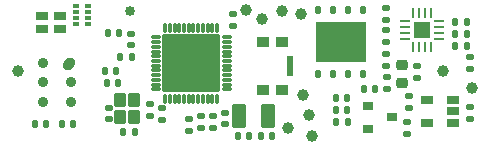
<source format=gbr>
G04 #@! TF.GenerationSoftware,KiCad,Pcbnew,(6.0.4)*
G04 #@! TF.CreationDate,2022-04-30T14:08:03+02:00*
G04 #@! TF.ProjectId,nRF52832_qfaa,6e524635-3238-4333-925f-716661612e6b,rev?*
G04 #@! TF.SameCoordinates,Original*
G04 #@! TF.FileFunction,Soldermask,Top*
G04 #@! TF.FilePolarity,Negative*
%FSLAX45Y45*%
G04 Gerber Fmt 4.5, Leading zero omitted, Abs format (unit mm)*
G04 Created by KiCad (PCBNEW (6.0.4)) date 2022-04-30 14:08:03*
%MOMM*%
%LPD*%
G01*
G04 APERTURE LIST*
G04 Aperture macros list*
%AMRoundRect*
0 Rectangle with rounded corners*
0 $1 Rounding radius*
0 $2 $3 $4 $5 $6 $7 $8 $9 X,Y pos of 4 corners*
0 Add a 4 corners polygon primitive as box body*
4,1,4,$2,$3,$4,$5,$6,$7,$8,$9,$2,$3,0*
0 Add four circle primitives for the rounded corners*
1,1,$1+$1,$2,$3*
1,1,$1+$1,$4,$5*
1,1,$1+$1,$6,$7*
1,1,$1+$1,$8,$9*
0 Add four rect primitives between the rounded corners*
20,1,$1+$1,$2,$3,$4,$5,0*
20,1,$1+$1,$4,$5,$6,$7,0*
20,1,$1+$1,$6,$7,$8,$9,0*
20,1,$1+$1,$8,$9,$2,$3,0*%
%AMHorizOval*
0 Thick line with rounded ends*
0 $1 width*
0 $2 $3 position (X,Y) of the first rounded end (center of the circle)*
0 $4 $5 position (X,Y) of the second rounded end (center of the circle)*
0 Add line between two ends*
20,1,$1,$2,$3,$4,$5,0*
0 Add two circle primitives to create the rounded ends*
1,1,$1,$2,$3*
1,1,$1,$4,$5*%
G04 Aperture macros list end*
%ADD10RoundRect,0.101600X-0.425000X0.475000X-0.425000X-0.475000X0.425000X-0.475000X0.425000X0.475000X0*%
%ADD11RoundRect,0.140000X0.170000X-0.140000X0.170000X0.140000X-0.170000X0.140000X-0.170000X-0.140000X0*%
%ADD12RoundRect,0.140000X0.140000X0.170000X-0.140000X0.170000X-0.140000X-0.170000X0.140000X-0.170000X0*%
%ADD13RoundRect,0.140000X-0.170000X0.140000X-0.170000X-0.140000X0.170000X-0.140000X0.170000X0.140000X0*%
%ADD14RoundRect,0.140000X-0.140000X-0.170000X0.140000X-0.170000X0.140000X0.170000X-0.140000X0.170000X0*%
%ADD15RoundRect,0.101600X-0.500000X-0.900000X0.500000X-0.900000X0.500000X0.900000X-0.500000X0.900000X0*%
%ADD16R,1.000000X0.800000*%
%ADD17R,0.500000X0.400000*%
%ADD18R,0.500000X0.300000*%
%ADD19RoundRect,0.147500X0.147500X0.172500X-0.147500X0.172500X-0.147500X-0.172500X0.147500X-0.172500X0*%
%ADD20R,1.060000X0.650000*%
%ADD21RoundRect,0.062500X-0.062500X0.375000X-0.062500X-0.375000X0.062500X-0.375000X0.062500X0.375000X0*%
%ADD22RoundRect,0.062500X-0.375000X0.062500X-0.375000X-0.062500X0.375000X-0.062500X0.375000X0.062500X0*%
%ADD23R,1.450000X1.450000*%
%ADD24RoundRect,0.135000X0.135000X0.185000X-0.135000X0.185000X-0.135000X-0.185000X0.135000X-0.185000X0*%
%ADD25RoundRect,0.135000X-0.185000X0.135000X-0.185000X-0.135000X0.185000X-0.135000X0.185000X0.135000X0*%
%ADD26RoundRect,0.218750X-0.256250X0.218750X-0.256250X-0.218750X0.256250X-0.218750X0.256250X0.218750X0*%
%ADD27R,0.900000X0.800000*%
%ADD28RoundRect,0.131600X0.295000X0.070000X-0.295000X0.070000X-0.295000X-0.070000X0.295000X-0.070000X0*%
%ADD29RoundRect,0.131600X-0.070000X0.295000X-0.070000X-0.295000X0.070000X-0.295000X0.070000X0.295000X0*%
%ADD30RoundRect,0.131600X-0.295000X-0.070000X0.295000X-0.070000X0.295000X0.070000X-0.295000X0.070000X0*%
%ADD31RoundRect,0.131600X0.070000X-0.295000X0.070000X0.295000X-0.070000X0.295000X-0.070000X-0.295000X0*%
%ADD32RoundRect,0.101600X2.350000X-2.350000X2.350000X2.350000X-2.350000X2.350000X-2.350000X-2.350000X0*%
%ADD33C,1.111200*%
%ADD34C,0.910000*%
%ADD35HorizOval,0.910000X0.100000X0.100000X-0.100000X-0.100000X0*%
%ADD36C,1.000000*%
%ADD37RoundRect,0.125000X-0.125000X0.250000X-0.125000X-0.250000X0.125000X-0.250000X0.125000X0.250000X0*%
%ADD38R,4.300000X3.400000*%
%ADD39R,1.000000X0.900000*%
%ADD40R,0.550000X1.700000*%
%ADD41C,0.850000*%
G04 APERTURE END LIST*
D10*
X3966988Y-3776760D03*
X3966988Y-3921760D03*
X4081988Y-3921760D03*
X4081988Y-3776760D03*
D11*
X4055984Y-3312160D03*
X4055984Y-3216160D03*
D12*
X4088484Y-4048760D03*
X3992484Y-4048760D03*
D13*
X3872088Y-3838460D03*
X3872088Y-3934460D03*
D14*
X3967084Y-3413760D03*
X4063084Y-3413760D03*
D11*
X4856084Y-3979660D03*
X4856084Y-3883660D03*
X4919584Y-3144260D03*
X4919584Y-3048260D03*
D13*
X4214988Y-3810260D03*
X4214988Y-3906260D03*
D12*
X3932788Y-3528060D03*
X3836788Y-3528060D03*
X3945488Y-3629660D03*
X3849488Y-3629660D03*
D13*
X4754484Y-3911860D03*
X4754484Y-4007860D03*
X4652884Y-3911860D03*
X4652884Y-4007860D03*
D15*
X4969420Y-3912496D03*
X5219420Y-3912496D03*
D12*
X5059420Y-4075796D03*
X4963420Y-4075796D03*
D14*
X5153920Y-4075796D03*
X5249920Y-4075796D03*
D16*
X3302184Y-3062596D03*
X3452184Y-3062596D03*
X3452184Y-3172596D03*
X3302184Y-3172596D03*
D17*
X3693884Y-3129096D03*
D18*
X3693884Y-3079096D03*
X3693884Y-3029096D03*
D17*
X3693884Y-2979096D03*
X3593884Y-2979096D03*
D18*
X3593884Y-3029096D03*
X3593884Y-3079096D03*
D17*
X3593884Y-3129096D03*
D11*
X6228080Y-3677660D03*
X6228080Y-3581660D03*
D12*
X6123680Y-3680460D03*
X6027680Y-3680460D03*
D14*
X3468884Y-3981196D03*
X3564884Y-3981196D03*
D12*
X5888984Y-3756660D03*
X5792984Y-3756660D03*
D19*
X5889484Y-3858260D03*
X5792484Y-3858260D03*
D20*
X6782580Y-3965960D03*
X6782580Y-3870960D03*
X6782580Y-3775960D03*
X6562580Y-3775960D03*
X6562580Y-3965960D03*
D21*
X6595580Y-3036710D03*
X6545580Y-3036710D03*
X6495580Y-3036710D03*
X6445580Y-3036710D03*
D22*
X6376830Y-3105460D03*
X6376830Y-3155460D03*
X6376830Y-3205460D03*
X6376830Y-3255460D03*
D21*
X6445580Y-3324210D03*
X6495580Y-3324210D03*
X6545580Y-3324210D03*
X6595580Y-3324210D03*
D22*
X6664330Y-3255460D03*
X6664330Y-3205460D03*
X6664330Y-3155460D03*
X6664330Y-3105460D03*
D23*
X6520580Y-3180460D03*
D24*
X6901380Y-3214460D03*
X6799380Y-3214460D03*
X5891984Y-3959860D03*
X5789984Y-3959860D03*
D13*
X6215380Y-2997460D03*
X6215380Y-3093460D03*
D11*
X6926580Y-3931660D03*
X6926580Y-3835660D03*
D25*
X6482080Y-3489760D03*
X6482080Y-3591760D03*
X6215380Y-3388160D03*
X6215380Y-3490160D03*
D24*
X6901380Y-3112860D03*
X6799380Y-3112860D03*
D25*
X6215380Y-3184760D03*
X6215380Y-3286760D03*
D26*
X6355080Y-3474710D03*
X6355080Y-3632210D03*
D27*
X6064580Y-3826760D03*
X6064580Y-4016760D03*
X6264580Y-3921760D03*
D28*
X4865584Y-3684560D03*
X4865584Y-3644560D03*
X4865584Y-3604560D03*
X4865584Y-3564560D03*
X4865584Y-3524560D03*
X4865584Y-3484560D03*
X4865584Y-3444560D03*
X4865584Y-3404560D03*
X4865584Y-3364560D03*
X4865584Y-3324560D03*
X4865584Y-3284560D03*
X4865584Y-3244560D03*
D29*
X4785584Y-3164560D03*
X4745584Y-3164560D03*
X4705584Y-3164560D03*
X4665584Y-3164560D03*
X4625584Y-3164560D03*
X4585584Y-3164560D03*
X4545584Y-3164560D03*
X4505584Y-3164560D03*
X4465584Y-3164560D03*
X4425584Y-3164560D03*
X4385584Y-3164560D03*
X4345584Y-3164560D03*
D30*
X4265584Y-3244560D03*
X4265584Y-3284560D03*
X4265584Y-3324560D03*
X4265584Y-3364560D03*
X4265584Y-3404560D03*
X4265584Y-3444560D03*
X4265584Y-3484560D03*
X4265584Y-3524560D03*
X4265584Y-3564560D03*
X4265584Y-3604560D03*
X4265584Y-3644560D03*
X4265584Y-3684560D03*
D31*
X4345584Y-3764560D03*
X4385584Y-3764560D03*
X4425584Y-3764560D03*
X4465584Y-3764560D03*
X4505584Y-3764560D03*
X4545584Y-3764560D03*
X4585584Y-3764560D03*
X4625584Y-3764560D03*
X4665584Y-3764560D03*
X4705584Y-3764560D03*
X4745584Y-3764560D03*
X4785584Y-3764560D03*
D32*
X4565584Y-3464560D03*
D33*
X4745584Y-3644560D03*
X4745584Y-3524560D03*
X4745584Y-3404560D03*
X4745584Y-3284560D03*
X4625584Y-3644560D03*
X4625584Y-3524560D03*
X4625584Y-3404560D03*
X4625584Y-3284560D03*
X4505584Y-3644560D03*
X4505584Y-3524560D03*
X4505584Y-3404560D03*
X4505584Y-3284560D03*
X4385584Y-3644560D03*
X4385584Y-3524560D03*
X4385584Y-3404560D03*
X4385584Y-3284560D03*
D34*
X3310984Y-3460596D03*
X3310984Y-3625596D03*
X3310984Y-3790596D03*
X3544984Y-3790596D03*
X3544984Y-3625596D03*
D35*
X3534984Y-3470596D03*
D36*
X3096280Y-3533460D03*
D37*
X6024880Y-3016760D03*
X5897880Y-3016760D03*
X5770880Y-3016760D03*
X5643880Y-3016760D03*
X5643880Y-3556760D03*
X5770880Y-3556760D03*
X5897880Y-3556760D03*
X6024880Y-3556760D03*
D38*
X5834380Y-3286760D03*
D12*
X6898380Y-3320060D03*
X6802380Y-3320060D03*
D25*
X6926580Y-3413560D03*
X6926580Y-3515560D03*
D36*
X6696280Y-3533460D03*
D13*
X6393180Y-3962660D03*
X6393180Y-4058660D03*
X4551284Y-3939800D03*
X4551284Y-4035800D03*
D14*
X3858384Y-3210560D03*
X3954384Y-3210560D03*
D19*
X3336784Y-3981196D03*
X3239784Y-3981196D03*
D39*
X5336784Y-3280896D03*
X5176784Y-3280896D03*
X5176784Y-3690896D03*
X5336784Y-3690896D03*
D40*
X5399284Y-3485896D03*
D41*
X4051300Y-3022600D03*
D36*
X5511800Y-3733800D03*
D25*
X4316588Y-3841296D03*
X4316588Y-3943296D03*
D36*
X6946900Y-3670300D03*
D13*
X6412484Y-3742696D03*
X6412484Y-3838696D03*
D36*
X5334000Y-3022600D03*
X5384800Y-4013200D03*
X5588000Y-4076700D03*
X5499100Y-3048000D03*
X5029200Y-3009900D03*
X5562600Y-3898900D03*
X5168900Y-3086100D03*
M02*

</source>
